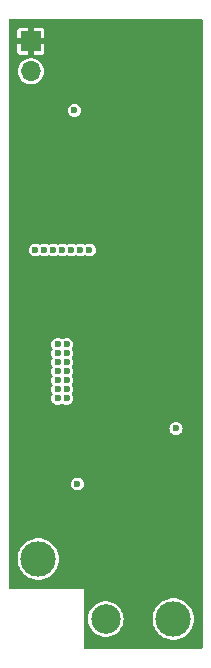
<source format=gbr>
%TF.GenerationSoftware,KiCad,Pcbnew,7.0.6*%
%TF.CreationDate,2023-12-10T23:04:23+01:00*%
%TF.ProjectId,dc_64a,64635f36-3461-42e6-9b69-6361645f7063,rev?*%
%TF.SameCoordinates,Original*%
%TF.FileFunction,Copper,L4,Bot*%
%TF.FilePolarity,Positive*%
%FSLAX46Y46*%
G04 Gerber Fmt 4.6, Leading zero omitted, Abs format (unit mm)*
G04 Created by KiCad (PCBNEW 7.0.6) date 2023-12-10 23:04:23*
%MOMM*%
%LPD*%
G01*
G04 APERTURE LIST*
%TA.AperFunction,ComponentPad*%
%ADD10C,3.000000*%
%TD*%
%TA.AperFunction,ComponentPad*%
%ADD11R,1.700000X1.700000*%
%TD*%
%TA.AperFunction,ComponentPad*%
%ADD12O,1.700000X1.700000*%
%TD*%
%TA.AperFunction,ComponentPad*%
%ADD13C,2.500000*%
%TD*%
%TA.AperFunction,ViaPad*%
%ADD14C,0.600000*%
%TD*%
G04 APERTURE END LIST*
D10*
X93980000Y-78740000D03*
D11*
X93345000Y-34920000D03*
D12*
X93345000Y-37460000D03*
D10*
X105410000Y-83820000D03*
D13*
X99695000Y-83820000D03*
X99695000Y-35560000D03*
D14*
X106637000Y-41275000D03*
X101346000Y-55651500D03*
X102743000Y-76581000D03*
X107061000Y-79883000D03*
X102463500Y-62230000D03*
X96520000Y-38608000D03*
X105283000Y-48666500D03*
X92202000Y-50800000D03*
X106172000Y-37846000D03*
X100457000Y-52984500D03*
X94107000Y-47625000D03*
X106934000Y-55905500D03*
X105384500Y-61214000D03*
X104521000Y-46355000D03*
X97028000Y-54102000D03*
X107188000Y-51968500D03*
X96901000Y-78867000D03*
X96901000Y-66929000D03*
X96901000Y-80391000D03*
X101981000Y-47498000D03*
X102463500Y-62992000D03*
X102997000Y-70993000D03*
X95631000Y-75946000D03*
X96901000Y-74549000D03*
X95758000Y-49530000D03*
X102616000Y-68072000D03*
X96901000Y-71501000D03*
X102870000Y-80645000D03*
X98933000Y-47117000D03*
X106299000Y-49809500D03*
X96901000Y-68453000D03*
X96901000Y-69977000D03*
X96647000Y-36195000D03*
X102997000Y-70231000D03*
X92159000Y-44831000D03*
X102463500Y-61468000D03*
X97409000Y-47117000D03*
X107061000Y-71374000D03*
X106553000Y-34290000D03*
X93345000Y-49022000D03*
X101219000Y-52984500D03*
X102997000Y-69469000D03*
X106934000Y-57429500D03*
X106934000Y-58953500D03*
X106807000Y-46736000D03*
X106934000Y-55143500D03*
X106934000Y-58191500D03*
X93175000Y-40386000D03*
X98806000Y-42672000D03*
X98171000Y-54102000D03*
X102870000Y-85471000D03*
X103124000Y-48412500D03*
X101600000Y-38354000D03*
X107061000Y-65659000D03*
X107061000Y-74549000D03*
X104140000Y-68072000D03*
X106934000Y-56667500D03*
X102997000Y-34417000D03*
X102743000Y-75819000D03*
X98298000Y-66675000D03*
X102743000Y-77343000D03*
X101981000Y-52984500D03*
X102743000Y-78105000D03*
X103378000Y-41656000D03*
X93726000Y-52578000D03*
X97536000Y-52578000D03*
X96012000Y-52578000D03*
X96774000Y-52578000D03*
X95250000Y-52578000D03*
X94488000Y-52578000D03*
X98298000Y-52578000D03*
X95631000Y-62103000D03*
X95631000Y-63627000D03*
X96393000Y-63627000D03*
X95631000Y-62865000D03*
X97282000Y-72390000D03*
X96393000Y-60579000D03*
X97028000Y-40767000D03*
X95631000Y-60579000D03*
X95631000Y-64389000D03*
X105638500Y-67691000D03*
X96393000Y-62865000D03*
X95631000Y-65151000D03*
X96393000Y-62103000D03*
X96393000Y-65151000D03*
X95631000Y-61341000D03*
X96393000Y-61341000D03*
X96393000Y-64389000D03*
%TA.AperFunction,Conductor*%
G36*
X101727000Y-37719000D02*
G01*
X97663000Y-37719000D01*
X97663000Y-33045500D01*
X101727000Y-33045500D01*
X101727000Y-37719000D01*
G37*
%TD.AperFunction*%
%TA.AperFunction,Conductor*%
G36*
X97663000Y-37719000D02*
G01*
X101727000Y-37719000D01*
X101727000Y-33045500D01*
X107800500Y-33045500D01*
X107867539Y-33065185D01*
X107913294Y-33117989D01*
X107924500Y-33169500D01*
X107924500Y-75438000D01*
X102235000Y-75438000D01*
X102235000Y-78486000D01*
X107924500Y-78486000D01*
X107924500Y-86210500D01*
X107904815Y-86277539D01*
X107852011Y-86323294D01*
X107800500Y-86334500D01*
X97939500Y-86334500D01*
X97872461Y-86314815D01*
X97826706Y-86262011D01*
X97815500Y-86210500D01*
X97815500Y-83820005D01*
X98189357Y-83820005D01*
X98209890Y-84067812D01*
X98209892Y-84067824D01*
X98270936Y-84308881D01*
X98370826Y-84536606D01*
X98506833Y-84744782D01*
X98506836Y-84744785D01*
X98675256Y-84927738D01*
X98871491Y-85080474D01*
X99090190Y-85198828D01*
X99325386Y-85279571D01*
X99570665Y-85320500D01*
X99819335Y-85320500D01*
X100064614Y-85279571D01*
X100299810Y-85198828D01*
X100518509Y-85080474D01*
X100714744Y-84927738D01*
X100883164Y-84744785D01*
X101019173Y-84536607D01*
X101119063Y-84308881D01*
X101180108Y-84067821D01*
X101200643Y-83820004D01*
X103654592Y-83820004D01*
X103674196Y-84081620D01*
X103674197Y-84081625D01*
X103732576Y-84337402D01*
X103732578Y-84337411D01*
X103732580Y-84337416D01*
X103828432Y-84581643D01*
X103959614Y-84808857D01*
X104091736Y-84974533D01*
X104123198Y-85013985D01*
X104304753Y-85182441D01*
X104315521Y-85192433D01*
X104532296Y-85340228D01*
X104532301Y-85340230D01*
X104532302Y-85340231D01*
X104532303Y-85340232D01*
X104657843Y-85400688D01*
X104768673Y-85454061D01*
X104768674Y-85454061D01*
X104768677Y-85454063D01*
X105019385Y-85531396D01*
X105278818Y-85570500D01*
X105541182Y-85570500D01*
X105800615Y-85531396D01*
X106051323Y-85454063D01*
X106287704Y-85340228D01*
X106504479Y-85192433D01*
X106696805Y-85013981D01*
X106860386Y-84808857D01*
X106991568Y-84581643D01*
X107087420Y-84337416D01*
X107145802Y-84081630D01*
X107146837Y-84067821D01*
X107165408Y-83820004D01*
X107165408Y-83819995D01*
X107145803Y-83558379D01*
X107145802Y-83558374D01*
X107145802Y-83558370D01*
X107087420Y-83302584D01*
X106991568Y-83058357D01*
X106860386Y-82831143D01*
X106696805Y-82626019D01*
X106696804Y-82626018D01*
X106696801Y-82626014D01*
X106504479Y-82447567D01*
X106376671Y-82360429D01*
X106287704Y-82299772D01*
X106287700Y-82299770D01*
X106287697Y-82299768D01*
X106287696Y-82299767D01*
X106051325Y-82185938D01*
X106051327Y-82185938D01*
X105800623Y-82108606D01*
X105800619Y-82108605D01*
X105800615Y-82108604D01*
X105675823Y-82089794D01*
X105541187Y-82069500D01*
X105541182Y-82069500D01*
X105278818Y-82069500D01*
X105278812Y-82069500D01*
X105117247Y-82093853D01*
X105019385Y-82108604D01*
X105019381Y-82108605D01*
X105019382Y-82108605D01*
X105019376Y-82108606D01*
X104768673Y-82185938D01*
X104532303Y-82299767D01*
X104532302Y-82299768D01*
X104315520Y-82447567D01*
X104123198Y-82626014D01*
X103959614Y-82831143D01*
X103828432Y-83058356D01*
X103732582Y-83302578D01*
X103732576Y-83302597D01*
X103674197Y-83558374D01*
X103674196Y-83558379D01*
X103654592Y-83819995D01*
X103654592Y-83820004D01*
X101200643Y-83820004D01*
X101200643Y-83820000D01*
X101180108Y-83572179D01*
X101119063Y-83331119D01*
X101106546Y-83302584D01*
X101019173Y-83103393D01*
X100883166Y-82895217D01*
X100861557Y-82871744D01*
X100714744Y-82712262D01*
X100518509Y-82559526D01*
X100518507Y-82559525D01*
X100518506Y-82559524D01*
X100299811Y-82441172D01*
X100299802Y-82441169D01*
X100064616Y-82360429D01*
X99819335Y-82319500D01*
X99570665Y-82319500D01*
X99325383Y-82360429D01*
X99090197Y-82441169D01*
X99090188Y-82441172D01*
X98871493Y-82559524D01*
X98675257Y-82712261D01*
X98506833Y-82895217D01*
X98370826Y-83103393D01*
X98270936Y-83331118D01*
X98209892Y-83572175D01*
X98209890Y-83572187D01*
X98189357Y-83819994D01*
X98189357Y-83820005D01*
X97815500Y-83820005D01*
X97815500Y-81309738D01*
X97817601Y-81299177D01*
X97817601Y-81279999D01*
X97809517Y-81260483D01*
X97795072Y-81254500D01*
X97790000Y-81252399D01*
X97770824Y-81252399D01*
X97760262Y-81254500D01*
X91589500Y-81254500D01*
X91522461Y-81234815D01*
X91476706Y-81182011D01*
X91465500Y-81130500D01*
X91465500Y-78740004D01*
X92224592Y-78740004D01*
X92244196Y-79001620D01*
X92244197Y-79001625D01*
X92302576Y-79257402D01*
X92302578Y-79257411D01*
X92302580Y-79257416D01*
X92398432Y-79501643D01*
X92529614Y-79728857D01*
X92661736Y-79894533D01*
X92693198Y-79933985D01*
X92874753Y-80102441D01*
X92885521Y-80112433D01*
X93102296Y-80260228D01*
X93102301Y-80260230D01*
X93102302Y-80260231D01*
X93102303Y-80260232D01*
X93227843Y-80320688D01*
X93338673Y-80374061D01*
X93338674Y-80374061D01*
X93338677Y-80374063D01*
X93589385Y-80451396D01*
X93848818Y-80490500D01*
X94111182Y-80490500D01*
X94370615Y-80451396D01*
X94621323Y-80374063D01*
X94857704Y-80260228D01*
X95074479Y-80112433D01*
X95266805Y-79933981D01*
X95430386Y-79728857D01*
X95561568Y-79501643D01*
X95657420Y-79257416D01*
X95715802Y-79001630D01*
X95735408Y-78740000D01*
X95715802Y-78478370D01*
X95657420Y-78222584D01*
X95561568Y-77978357D01*
X95430386Y-77751143D01*
X95266805Y-77546019D01*
X95266804Y-77546018D01*
X95266801Y-77546014D01*
X95074479Y-77367567D01*
X95074478Y-77367566D01*
X94857704Y-77219772D01*
X94857700Y-77219770D01*
X94857697Y-77219768D01*
X94857696Y-77219767D01*
X94621325Y-77105938D01*
X94621327Y-77105938D01*
X94370623Y-77028606D01*
X94370619Y-77028605D01*
X94370615Y-77028604D01*
X94245823Y-77009794D01*
X94111187Y-76989500D01*
X94111182Y-76989500D01*
X93848818Y-76989500D01*
X93848812Y-76989500D01*
X93687247Y-77013853D01*
X93589385Y-77028604D01*
X93589381Y-77028605D01*
X93589382Y-77028605D01*
X93589376Y-77028606D01*
X93338673Y-77105938D01*
X93102303Y-77219767D01*
X93102302Y-77219768D01*
X92885520Y-77367567D01*
X92693198Y-77546014D01*
X92529614Y-77751143D01*
X92398432Y-77978356D01*
X92302582Y-78222578D01*
X92302576Y-78222597D01*
X92244197Y-78478374D01*
X92244196Y-78478379D01*
X92224592Y-78739995D01*
X92224592Y-78740004D01*
X91465500Y-78740004D01*
X91465500Y-72390000D01*
X96726750Y-72390000D01*
X96745670Y-72533708D01*
X96745671Y-72533712D01*
X96801137Y-72667622D01*
X96801138Y-72667624D01*
X96801139Y-72667625D01*
X96889379Y-72782621D01*
X97004375Y-72870861D01*
X97138291Y-72926330D01*
X97265280Y-72943048D01*
X97281999Y-72945250D01*
X97282000Y-72945250D01*
X97282001Y-72945250D01*
X97296977Y-72943278D01*
X97425709Y-72926330D01*
X97559625Y-72870861D01*
X97674621Y-72782621D01*
X97762861Y-72667625D01*
X97818330Y-72533709D01*
X97837250Y-72390000D01*
X97818330Y-72246291D01*
X97762861Y-72112375D01*
X97674621Y-71997379D01*
X97559625Y-71909139D01*
X97559624Y-71909138D01*
X97559622Y-71909137D01*
X97425712Y-71853671D01*
X97425710Y-71853670D01*
X97425709Y-71853670D01*
X97353854Y-71844210D01*
X97282001Y-71834750D01*
X97281999Y-71834750D01*
X97138291Y-71853670D01*
X97138287Y-71853671D01*
X97004377Y-71909137D01*
X96889379Y-71997379D01*
X96801137Y-72112377D01*
X96745671Y-72246287D01*
X96745670Y-72246291D01*
X96726750Y-72389999D01*
X96726750Y-72390000D01*
X91465500Y-72390000D01*
X91465500Y-67691000D01*
X105083250Y-67691000D01*
X105102170Y-67834708D01*
X105102171Y-67834712D01*
X105157637Y-67968622D01*
X105157638Y-67968624D01*
X105157639Y-67968625D01*
X105245879Y-68083621D01*
X105360875Y-68171861D01*
X105494791Y-68227330D01*
X105621780Y-68244048D01*
X105638499Y-68246250D01*
X105638500Y-68246250D01*
X105638501Y-68246250D01*
X105653477Y-68244278D01*
X105782209Y-68227330D01*
X105916125Y-68171861D01*
X106031121Y-68083621D01*
X106119361Y-67968625D01*
X106174830Y-67834709D01*
X106193750Y-67691000D01*
X106174830Y-67547291D01*
X106119361Y-67413375D01*
X106031121Y-67298379D01*
X105916125Y-67210139D01*
X105916124Y-67210138D01*
X105916122Y-67210137D01*
X105782212Y-67154671D01*
X105782210Y-67154670D01*
X105782209Y-67154670D01*
X105710354Y-67145210D01*
X105638501Y-67135750D01*
X105638499Y-67135750D01*
X105494791Y-67154670D01*
X105494787Y-67154671D01*
X105360877Y-67210137D01*
X105245879Y-67298379D01*
X105157637Y-67413377D01*
X105102171Y-67547287D01*
X105102170Y-67547291D01*
X105083250Y-67690999D01*
X105083250Y-67691000D01*
X91465500Y-67691000D01*
X91465500Y-65151000D01*
X95075750Y-65151000D01*
X95094670Y-65294708D01*
X95094671Y-65294712D01*
X95150137Y-65428622D01*
X95150138Y-65428624D01*
X95150139Y-65428625D01*
X95238379Y-65543621D01*
X95353375Y-65631861D01*
X95487291Y-65687330D01*
X95614280Y-65704048D01*
X95630999Y-65706250D01*
X95631000Y-65706250D01*
X95631001Y-65706250D01*
X95645977Y-65704278D01*
X95774709Y-65687330D01*
X95908625Y-65631861D01*
X95936514Y-65610460D01*
X96001683Y-65585267D01*
X96070127Y-65599305D01*
X96087481Y-65610457D01*
X96115375Y-65631861D01*
X96249291Y-65687330D01*
X96376280Y-65704048D01*
X96392999Y-65706250D01*
X96393000Y-65706250D01*
X96393001Y-65706250D01*
X96407977Y-65704278D01*
X96536709Y-65687330D01*
X96670625Y-65631861D01*
X96785621Y-65543621D01*
X96873861Y-65428625D01*
X96929330Y-65294709D01*
X96948250Y-65151000D01*
X96929330Y-65007291D01*
X96873861Y-64873375D01*
X96852460Y-64845485D01*
X96827267Y-64780317D01*
X96841305Y-64711873D01*
X96852460Y-64694515D01*
X96873861Y-64666625D01*
X96929330Y-64532709D01*
X96948250Y-64389000D01*
X96929330Y-64245291D01*
X96873861Y-64111375D01*
X96852460Y-64083484D01*
X96827267Y-64018315D01*
X96841306Y-63949870D01*
X96852455Y-63932520D01*
X96873861Y-63904625D01*
X96929330Y-63770709D01*
X96948250Y-63627000D01*
X96929330Y-63483291D01*
X96873861Y-63349375D01*
X96873860Y-63349374D01*
X96852460Y-63321484D01*
X96827267Y-63256315D01*
X96841306Y-63187870D01*
X96852455Y-63170520D01*
X96873861Y-63142625D01*
X96929330Y-63008709D01*
X96948250Y-62865000D01*
X96929330Y-62721291D01*
X96873861Y-62587375D01*
X96852460Y-62559484D01*
X96827267Y-62494315D01*
X96841306Y-62425870D01*
X96852455Y-62408520D01*
X96873861Y-62380625D01*
X96929330Y-62246709D01*
X96948250Y-62103000D01*
X96929330Y-61959291D01*
X96873861Y-61825375D01*
X96852460Y-61797485D01*
X96827267Y-61732317D01*
X96841305Y-61663873D01*
X96852460Y-61646515D01*
X96873861Y-61618625D01*
X96929330Y-61484709D01*
X96948250Y-61341000D01*
X96929330Y-61197291D01*
X96873861Y-61063375D01*
X96852460Y-61035485D01*
X96827267Y-60970317D01*
X96841305Y-60901873D01*
X96852460Y-60884515D01*
X96873861Y-60856625D01*
X96929330Y-60722709D01*
X96948250Y-60579000D01*
X96929330Y-60435291D01*
X96873861Y-60301375D01*
X96785621Y-60186379D01*
X96670625Y-60098139D01*
X96670624Y-60098138D01*
X96670622Y-60098137D01*
X96536712Y-60042671D01*
X96536710Y-60042670D01*
X96536709Y-60042670D01*
X96464854Y-60033210D01*
X96393001Y-60023750D01*
X96392999Y-60023750D01*
X96249291Y-60042670D01*
X96249287Y-60042671D01*
X96115375Y-60098138D01*
X96087485Y-60119539D01*
X96022316Y-60144732D01*
X95953871Y-60130693D01*
X95936515Y-60119539D01*
X95921379Y-60107925D01*
X95908625Y-60098139D01*
X95908623Y-60098138D01*
X95908625Y-60098138D01*
X95774712Y-60042671D01*
X95774710Y-60042670D01*
X95774709Y-60042670D01*
X95702854Y-60033210D01*
X95631001Y-60023750D01*
X95630999Y-60023750D01*
X95487291Y-60042670D01*
X95487287Y-60042671D01*
X95353377Y-60098137D01*
X95238379Y-60186379D01*
X95150137Y-60301377D01*
X95094671Y-60435287D01*
X95094670Y-60435291D01*
X95075750Y-60578999D01*
X95075750Y-60579000D01*
X95094670Y-60722708D01*
X95094671Y-60722712D01*
X95150138Y-60856624D01*
X95171539Y-60884515D01*
X95196732Y-60949684D01*
X95182693Y-61018129D01*
X95171539Y-61035485D01*
X95150138Y-61063375D01*
X95094671Y-61197287D01*
X95094670Y-61197291D01*
X95075750Y-61340999D01*
X95075750Y-61341000D01*
X95094670Y-61484708D01*
X95094671Y-61484712D01*
X95150138Y-61618624D01*
X95171539Y-61646515D01*
X95196732Y-61711684D01*
X95182693Y-61780129D01*
X95171539Y-61797485D01*
X95150138Y-61825375D01*
X95094671Y-61959287D01*
X95094670Y-61959291D01*
X95075750Y-62102999D01*
X95075750Y-62103000D01*
X95094670Y-62246708D01*
X95094671Y-62246712D01*
X95150137Y-62380622D01*
X95150138Y-62380624D01*
X95150139Y-62380625D01*
X95171538Y-62408513D01*
X95196732Y-62473682D01*
X95182694Y-62542126D01*
X95171540Y-62559483D01*
X95150138Y-62587375D01*
X95094671Y-62721287D01*
X95094670Y-62721291D01*
X95075750Y-62864999D01*
X95075750Y-62865000D01*
X95094670Y-63008708D01*
X95094671Y-63008712D01*
X95150138Y-63142624D01*
X95171539Y-63170515D01*
X95196732Y-63235684D01*
X95182693Y-63304129D01*
X95171539Y-63321485D01*
X95150138Y-63349375D01*
X95094671Y-63483287D01*
X95094670Y-63483291D01*
X95075750Y-63626999D01*
X95075750Y-63627000D01*
X95094670Y-63770708D01*
X95094671Y-63770712D01*
X95150138Y-63904624D01*
X95171539Y-63932515D01*
X95196732Y-63997684D01*
X95182693Y-64066129D01*
X95171539Y-64083485D01*
X95150138Y-64111375D01*
X95094671Y-64245287D01*
X95094670Y-64245291D01*
X95075750Y-64388999D01*
X95075750Y-64389000D01*
X95094670Y-64532708D01*
X95094671Y-64532712D01*
X95150138Y-64666624D01*
X95171539Y-64694515D01*
X95196732Y-64759684D01*
X95182693Y-64828129D01*
X95171539Y-64845485D01*
X95150138Y-64873375D01*
X95094671Y-65007287D01*
X95094670Y-65007291D01*
X95075750Y-65150999D01*
X95075750Y-65151000D01*
X91465500Y-65151000D01*
X91465500Y-52578000D01*
X93170750Y-52578000D01*
X93189670Y-52721708D01*
X93189671Y-52721712D01*
X93245137Y-52855622D01*
X93245138Y-52855624D01*
X93245139Y-52855625D01*
X93333379Y-52970621D01*
X93448375Y-53058861D01*
X93582291Y-53114330D01*
X93709280Y-53131048D01*
X93725999Y-53133250D01*
X93726000Y-53133250D01*
X93726001Y-53133250D01*
X93740977Y-53131278D01*
X93869709Y-53114330D01*
X94003625Y-53058861D01*
X94031514Y-53037460D01*
X94096683Y-53012267D01*
X94165127Y-53026305D01*
X94182481Y-53037457D01*
X94210375Y-53058861D01*
X94344291Y-53114330D01*
X94471280Y-53131048D01*
X94487999Y-53133250D01*
X94488000Y-53133250D01*
X94488001Y-53133250D01*
X94502977Y-53131278D01*
X94631709Y-53114330D01*
X94765625Y-53058861D01*
X94793514Y-53037460D01*
X94858683Y-53012267D01*
X94927127Y-53026305D01*
X94944481Y-53037457D01*
X94972375Y-53058861D01*
X95106291Y-53114330D01*
X95233280Y-53131048D01*
X95249999Y-53133250D01*
X95250000Y-53133250D01*
X95250001Y-53133250D01*
X95264977Y-53131278D01*
X95393709Y-53114330D01*
X95527625Y-53058861D01*
X95555514Y-53037460D01*
X95620683Y-53012267D01*
X95689127Y-53026305D01*
X95706481Y-53037457D01*
X95734375Y-53058861D01*
X95868291Y-53114330D01*
X95995280Y-53131048D01*
X96011999Y-53133250D01*
X96012000Y-53133250D01*
X96012001Y-53133250D01*
X96026977Y-53131278D01*
X96155709Y-53114330D01*
X96289625Y-53058861D01*
X96317514Y-53037460D01*
X96382680Y-53012267D01*
X96451125Y-53026304D01*
X96468484Y-53037460D01*
X96468487Y-53037462D01*
X96496375Y-53058861D01*
X96630291Y-53114330D01*
X96757280Y-53131048D01*
X96773999Y-53133250D01*
X96774000Y-53133250D01*
X96774001Y-53133250D01*
X96788977Y-53131278D01*
X96917709Y-53114330D01*
X97051625Y-53058861D01*
X97079514Y-53037460D01*
X97144680Y-53012267D01*
X97213125Y-53026304D01*
X97230484Y-53037460D01*
X97230487Y-53037462D01*
X97258375Y-53058861D01*
X97392291Y-53114330D01*
X97519280Y-53131048D01*
X97535999Y-53133250D01*
X97536000Y-53133250D01*
X97536001Y-53133250D01*
X97550977Y-53131278D01*
X97679709Y-53114330D01*
X97813625Y-53058861D01*
X97841514Y-53037460D01*
X97906683Y-53012267D01*
X97975127Y-53026305D01*
X97992481Y-53037457D01*
X98020375Y-53058861D01*
X98154291Y-53114330D01*
X98281280Y-53131048D01*
X98297999Y-53133250D01*
X98298000Y-53133250D01*
X98298001Y-53133250D01*
X98312977Y-53131278D01*
X98441709Y-53114330D01*
X98575625Y-53058861D01*
X98690621Y-52970621D01*
X98778861Y-52855625D01*
X98834330Y-52721709D01*
X98853250Y-52578000D01*
X98834330Y-52434291D01*
X98778861Y-52300375D01*
X98690621Y-52185379D01*
X98575625Y-52097139D01*
X98575624Y-52097138D01*
X98575622Y-52097137D01*
X98441712Y-52041671D01*
X98441710Y-52041670D01*
X98441709Y-52041670D01*
X98369854Y-52032210D01*
X98298001Y-52022750D01*
X98297999Y-52022750D01*
X98154291Y-52041670D01*
X98154287Y-52041671D01*
X98020375Y-52097138D01*
X97992485Y-52118539D01*
X97927316Y-52143732D01*
X97858871Y-52129693D01*
X97841515Y-52118539D01*
X97826379Y-52106925D01*
X97813625Y-52097139D01*
X97813623Y-52097138D01*
X97813625Y-52097138D01*
X97679712Y-52041671D01*
X97679710Y-52041670D01*
X97679709Y-52041670D01*
X97607854Y-52032210D01*
X97536001Y-52022750D01*
X97535999Y-52022750D01*
X97392291Y-52041670D01*
X97392287Y-52041671D01*
X97258375Y-52097138D01*
X97230485Y-52118539D01*
X97165316Y-52143732D01*
X97096871Y-52129693D01*
X97079515Y-52118539D01*
X97064379Y-52106925D01*
X97051625Y-52097139D01*
X97051623Y-52097138D01*
X97051625Y-52097138D01*
X96917712Y-52041671D01*
X96917710Y-52041670D01*
X96917709Y-52041670D01*
X96845854Y-52032210D01*
X96774001Y-52022750D01*
X96773999Y-52022750D01*
X96630291Y-52041670D01*
X96630287Y-52041671D01*
X96496375Y-52097138D01*
X96468485Y-52118539D01*
X96403316Y-52143732D01*
X96334871Y-52129693D01*
X96317515Y-52118539D01*
X96302379Y-52106925D01*
X96289625Y-52097139D01*
X96289623Y-52097138D01*
X96289625Y-52097138D01*
X96155712Y-52041671D01*
X96155710Y-52041670D01*
X96155709Y-52041670D01*
X96083854Y-52032210D01*
X96012001Y-52022750D01*
X96011999Y-52022750D01*
X95868291Y-52041670D01*
X95868287Y-52041671D01*
X95734375Y-52097138D01*
X95706485Y-52118539D01*
X95641316Y-52143732D01*
X95572871Y-52129693D01*
X95555515Y-52118539D01*
X95540379Y-52106925D01*
X95527625Y-52097139D01*
X95527623Y-52097138D01*
X95527625Y-52097138D01*
X95393712Y-52041671D01*
X95393710Y-52041670D01*
X95393709Y-52041670D01*
X95321854Y-52032210D01*
X95250001Y-52022750D01*
X95249999Y-52022750D01*
X95106291Y-52041670D01*
X95106287Y-52041671D01*
X94972375Y-52097138D01*
X94944485Y-52118539D01*
X94879316Y-52143732D01*
X94810871Y-52129693D01*
X94793515Y-52118539D01*
X94778379Y-52106925D01*
X94765625Y-52097139D01*
X94765623Y-52097138D01*
X94765625Y-52097138D01*
X94631712Y-52041671D01*
X94631710Y-52041670D01*
X94631709Y-52041670D01*
X94559854Y-52032210D01*
X94488001Y-52022750D01*
X94487999Y-52022750D01*
X94344291Y-52041670D01*
X94344287Y-52041671D01*
X94210375Y-52097138D01*
X94182483Y-52118540D01*
X94117313Y-52143732D01*
X94048868Y-52129692D01*
X94031514Y-52118539D01*
X94003625Y-52097139D01*
X94003624Y-52097138D01*
X94003622Y-52097137D01*
X93869712Y-52041671D01*
X93869710Y-52041670D01*
X93869709Y-52041670D01*
X93797854Y-52032210D01*
X93726001Y-52022750D01*
X93725999Y-52022750D01*
X93582291Y-52041670D01*
X93582287Y-52041671D01*
X93448377Y-52097137D01*
X93333379Y-52185379D01*
X93245137Y-52300377D01*
X93189671Y-52434287D01*
X93189670Y-52434291D01*
X93170750Y-52577999D01*
X93170750Y-52578000D01*
X91465500Y-52578000D01*
X91465500Y-40767000D01*
X96472750Y-40767000D01*
X96491670Y-40910708D01*
X96491671Y-40910712D01*
X96547137Y-41044622D01*
X96547138Y-41044624D01*
X96547139Y-41044625D01*
X96635379Y-41159621D01*
X96750375Y-41247861D01*
X96884291Y-41303330D01*
X97011280Y-41320048D01*
X97027999Y-41322250D01*
X97028000Y-41322250D01*
X97028001Y-41322250D01*
X97042977Y-41320278D01*
X97171709Y-41303330D01*
X97305625Y-41247861D01*
X97420621Y-41159621D01*
X97508861Y-41044625D01*
X97564330Y-40910709D01*
X97583250Y-40767000D01*
X97564330Y-40623291D01*
X97508861Y-40489375D01*
X97420621Y-40374379D01*
X97305625Y-40286139D01*
X97305624Y-40286138D01*
X97305622Y-40286137D01*
X97171712Y-40230671D01*
X97171710Y-40230670D01*
X97171709Y-40230670D01*
X97099854Y-40221210D01*
X97028001Y-40211750D01*
X97027999Y-40211750D01*
X96884291Y-40230670D01*
X96884287Y-40230671D01*
X96750377Y-40286137D01*
X96635379Y-40374379D01*
X96547137Y-40489377D01*
X96491671Y-40623287D01*
X96491670Y-40623291D01*
X96472750Y-40766999D01*
X96472750Y-40767000D01*
X91465500Y-40767000D01*
X91465500Y-37460000D01*
X92239785Y-37460000D01*
X92258602Y-37663082D01*
X92314417Y-37859247D01*
X92314422Y-37859260D01*
X92405327Y-38041821D01*
X92528237Y-38204581D01*
X92678958Y-38341980D01*
X92678960Y-38341982D01*
X92778141Y-38403392D01*
X92852363Y-38449348D01*
X93042544Y-38523024D01*
X93243024Y-38560500D01*
X93243026Y-38560500D01*
X93446974Y-38560500D01*
X93446976Y-38560500D01*
X93647456Y-38523024D01*
X93837637Y-38449348D01*
X94011041Y-38341981D01*
X94161764Y-38204579D01*
X94284673Y-38041821D01*
X94375582Y-37859250D01*
X94431397Y-37663083D01*
X94450215Y-37460000D01*
X94431397Y-37256917D01*
X94375582Y-37060750D01*
X94364600Y-37038696D01*
X94331272Y-36971764D01*
X94284673Y-36878179D01*
X94161764Y-36715421D01*
X94161762Y-36715418D01*
X94011041Y-36578019D01*
X94011039Y-36578017D01*
X93837642Y-36470655D01*
X93837635Y-36470651D01*
X93742546Y-36433814D01*
X93647456Y-36396976D01*
X93446976Y-36359500D01*
X93243024Y-36359500D01*
X93042544Y-36396976D01*
X93042541Y-36396976D01*
X93042541Y-36396977D01*
X92852364Y-36470651D01*
X92852357Y-36470655D01*
X92678960Y-36578017D01*
X92678958Y-36578019D01*
X92528237Y-36715418D01*
X92405327Y-36878178D01*
X92314422Y-37060739D01*
X92314417Y-37060752D01*
X92258602Y-37256917D01*
X92239785Y-37459999D01*
X92239785Y-37460000D01*
X91465500Y-37460000D01*
X91465500Y-34670000D01*
X92195000Y-34670000D01*
X92911314Y-34670000D01*
X92885507Y-34710156D01*
X92845000Y-34848111D01*
X92845000Y-34991889D01*
X92885507Y-35129844D01*
X92911314Y-35170000D01*
X92195001Y-35170000D01*
X92195001Y-35814785D01*
X92195002Y-35814808D01*
X92197908Y-35839869D01*
X92197909Y-35839873D01*
X92243211Y-35942474D01*
X92243214Y-35942479D01*
X92322520Y-36021785D01*
X92322525Y-36021788D01*
X92425123Y-36067089D01*
X92450206Y-36069999D01*
X93094999Y-36069999D01*
X93095000Y-36069998D01*
X93095000Y-35355501D01*
X93202685Y-35404680D01*
X93309237Y-35420000D01*
X93380763Y-35420000D01*
X93487315Y-35404680D01*
X93595000Y-35355501D01*
X93595000Y-36069999D01*
X94239786Y-36069999D01*
X94239808Y-36069997D01*
X94264869Y-36067091D01*
X94264873Y-36067090D01*
X94367474Y-36021788D01*
X94367479Y-36021785D01*
X94446785Y-35942479D01*
X94446788Y-35942474D01*
X94492089Y-35839877D01*
X94492089Y-35839875D01*
X94494999Y-35814794D01*
X94495000Y-35814791D01*
X94495000Y-35170000D01*
X93778686Y-35170000D01*
X93804493Y-35129844D01*
X93845000Y-34991889D01*
X93845000Y-34848111D01*
X93804493Y-34710156D01*
X93778686Y-34670000D01*
X94494999Y-34670000D01*
X94494999Y-34025214D01*
X94494997Y-34025191D01*
X94492091Y-34000130D01*
X94492090Y-34000126D01*
X94446788Y-33897525D01*
X94446785Y-33897520D01*
X94367479Y-33818214D01*
X94367474Y-33818211D01*
X94264876Y-33772910D01*
X94239794Y-33770000D01*
X93595000Y-33770000D01*
X93595000Y-34484498D01*
X93487315Y-34435320D01*
X93380763Y-34420000D01*
X93309237Y-34420000D01*
X93202685Y-34435320D01*
X93095000Y-34484498D01*
X93095000Y-33770000D01*
X92450214Y-33770000D01*
X92450191Y-33770002D01*
X92425130Y-33772908D01*
X92425126Y-33772909D01*
X92322525Y-33818211D01*
X92322520Y-33818214D01*
X92243214Y-33897520D01*
X92243211Y-33897525D01*
X92197910Y-34000122D01*
X92197910Y-34000124D01*
X92195000Y-34025205D01*
X92195000Y-34670000D01*
X91465500Y-34670000D01*
X91465500Y-33169500D01*
X91485185Y-33102461D01*
X91537989Y-33056706D01*
X91589500Y-33045500D01*
X97663000Y-33045500D01*
X97663000Y-37719000D01*
G37*
%TD.AperFunction*%
%TA.AperFunction,Conductor*%
G36*
X107924500Y-78486000D02*
G01*
X102235000Y-78486000D01*
X102235000Y-75438000D01*
X107924500Y-75438000D01*
X107924500Y-78486000D01*
G37*
%TD.AperFunction*%
M02*

</source>
